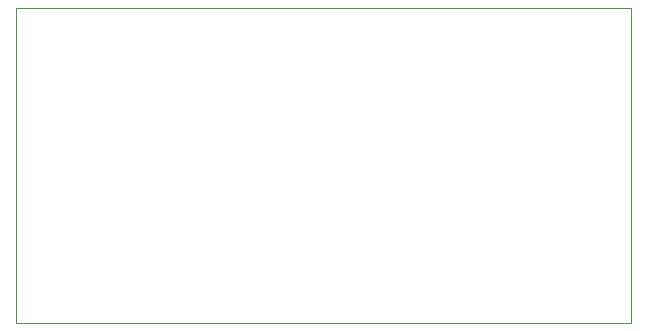
<source format=gbr>
%TF.GenerationSoftware,KiCad,Pcbnew,(5.1.7)-1*%
%TF.CreationDate,2020-12-06T23:47:07-03:00*%
%TF.ProjectId,Emisor,456d6973-6f72-42e6-9b69-6361645f7063,rev?*%
%TF.SameCoordinates,Original*%
%TF.FileFunction,Profile,NP*%
%FSLAX46Y46*%
G04 Gerber Fmt 4.6, Leading zero omitted, Abs format (unit mm)*
G04 Created by KiCad (PCBNEW (5.1.7)-1) date 2020-12-06 23:47:07*
%MOMM*%
%LPD*%
G01*
G04 APERTURE LIST*
%TA.AperFunction,Profile*%
%ADD10C,0.050000*%
%TD*%
G04 APERTURE END LIST*
D10*
X69850000Y-85090000D02*
X69850000Y-58420000D01*
X121920000Y-85090000D02*
X69850000Y-85090000D01*
X121920000Y-58420000D02*
X121920000Y-85090000D01*
X69850000Y-58420000D02*
X121920000Y-58420000D01*
M02*

</source>
